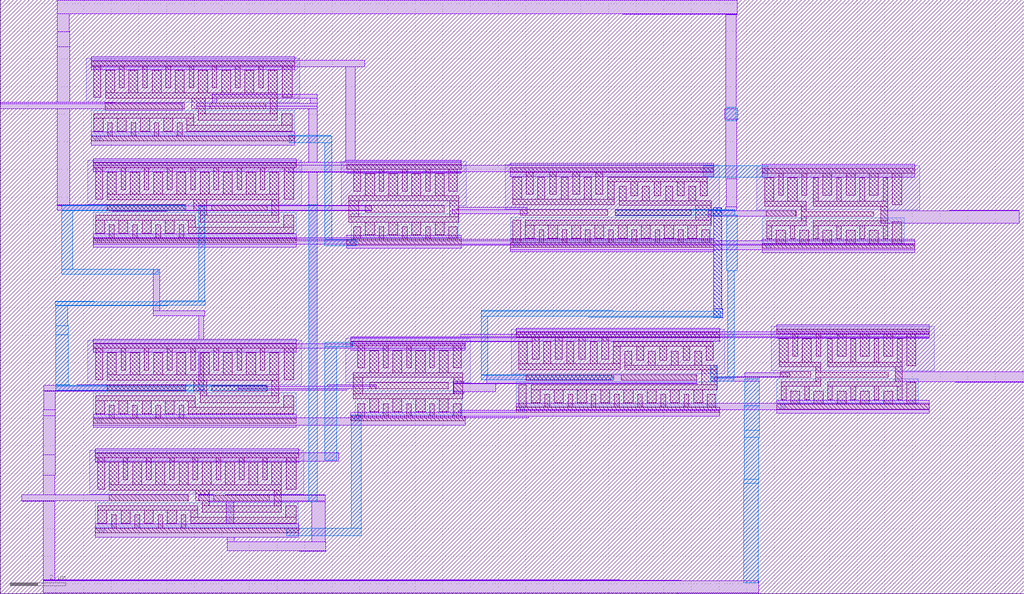
<source format=lef>
VERSION 5.7 ;
  NOWIREEXTENSIONATPIN ON ;
  DIVIDERCHAR "/" ;
  BUSBITCHARS "[]" ;
UNITS
  DATABASE MICRONS 200 ;
END UNITS

LAYER via2
  TYPE CUT ;
END via2

LAYER via
  TYPE CUT ;
END via

LAYER nwell
  TYPE MASTERSLICE ;
END nwell

LAYER via3
  TYPE CUT ;
END via3

LAYER pwell
  TYPE MASTERSLICE ;
END pwell

LAYER via4
  TYPE CUT ;
END via4

LAYER mcon
  TYPE CUT ;
END mcon

LAYER met6
  TYPE ROUTING ;
END met6

LAYER met1
  TYPE ROUTING ;
  WIDTH 0.140000 ;
  DIRECTION HORIZONTAL ;
END met1

LAYER met3
  TYPE ROUTING ;
  WIDTH 0.300000 ;
  DIRECTION HORIZONTAL ;
END met3

LAYER met2
  TYPE ROUTING ;
  WIDTH 0.140000 ;
  DIRECTION HORIZONTAL ;
END met2

LAYER met4
  TYPE ROUTING ;
  WIDTH 0.300000 ;
  DIRECTION HORIZONTAL ;
END met4

LAYER met5
  TYPE ROUTING ;
  WIDTH 1.600000 ;
  DIRECTION HORIZONTAL ;
END met5

LAYER li1
  TYPE ROUTING ;
  WIDTH 0.170000 ;
  DIRECTION HORIZONTAL ;
END li1

MACRO oscilador
  CLASS BLOCK ;
  FOREIGN oscilador ;
  ORIGIN 47.020 -2.650 ;
  SIZE 37.060 BY 21.500 ;
  OBS
      LAYER nwell ;
        RECT -43.910 20.425 -36.170 22.030 ;
      LAYER pwell ;
        RECT -43.715 19.225 -36.365 20.135 ;
        RECT -43.570 19.035 -43.400 19.225 ;
      LAYER nwell ;
        RECT -43.850 16.735 -36.110 18.340 ;
        RECT -34.670 16.685 -30.150 18.290 ;
        RECT -28.740 16.565 -21.000 18.170 ;
        RECT -19.630 16.535 -13.730 18.140 ;
      LAYER pwell ;
        RECT -43.655 15.535 -36.305 16.445 ;
        RECT -43.510 15.345 -43.340 15.535 ;
        RECT -34.310 15.485 -30.440 16.395 ;
        RECT -34.310 15.465 -34.165 15.485 ;
        RECT -34.335 15.295 -34.165 15.465 ;
        RECT -28.545 15.365 -21.295 16.275 ;
        RECT -28.405 15.175 -28.235 15.365 ;
        RECT -19.435 15.335 -14.305 16.245 ;
        RECT -19.290 15.145 -19.120 15.335 ;
      LAYER nwell ;
        RECT -43.850 10.205 -36.110 11.810 ;
        RECT -34.520 10.285 -30.000 11.890 ;
        RECT -28.530 10.605 -20.790 12.210 ;
        RECT -19.110 10.715 -13.210 12.320 ;
      LAYER pwell ;
        RECT -43.655 9.005 -36.305 9.915 ;
        RECT -34.160 9.085 -30.290 9.995 ;
        RECT -28.335 9.405 -21.085 10.315 ;
        RECT -18.915 9.515 -13.785 10.425 ;
        RECT -28.195 9.215 -28.025 9.405 ;
        RECT -18.770 9.325 -18.600 9.515 ;
        RECT -34.160 9.065 -34.015 9.085 ;
        RECT -43.510 8.815 -43.340 9.005 ;
        RECT -34.185 8.895 -34.015 9.065 ;
      LAYER nwell ;
        RECT -43.770 6.235 -36.030 7.840 ;
      LAYER pwell ;
        RECT -43.575 5.035 -36.225 5.945 ;
        RECT -43.430 4.845 -43.260 5.035 ;
      LAYER li1 ;
        RECT -43.720 21.755 -36.360 21.925 ;
        RECT -43.630 20.615 -43.375 21.755 ;
        RECT -43.205 20.785 -42.875 21.585 ;
        RECT -42.705 20.955 -42.535 21.755 ;
        RECT -42.365 20.785 -42.035 21.585 ;
        RECT -41.865 20.955 -41.695 21.755 ;
        RECT -41.525 20.785 -41.195 21.585 ;
        RECT -41.025 20.955 -40.855 21.755 ;
        RECT -40.685 20.785 -40.355 21.585 ;
        RECT -40.185 20.955 -40.015 21.755 ;
        RECT -39.845 20.785 -39.515 21.585 ;
        RECT -39.345 20.955 -39.175 21.755 ;
        RECT -39.005 20.785 -38.675 21.585 ;
        RECT -38.505 20.955 -38.335 21.755 ;
        RECT -38.165 20.785 -37.835 21.585 ;
        RECT -37.665 20.955 -37.495 21.755 ;
        RECT -37.325 20.785 -36.995 21.585 ;
        RECT -43.205 20.585 -36.995 20.785 ;
        RECT -36.805 20.615 -36.450 21.755 ;
        RECT -43.210 20.195 -40.355 20.415 ;
        RECT -40.080 20.195 -39.600 20.585 ;
        RECT -38.120 20.580 -37.840 20.585 ;
        RECT -39.430 20.195 -37.415 20.395 ;
        RECT -39.845 20.025 -39.600 20.195 ;
        RECT -37.245 20.025 -36.995 20.585 ;
        RECT -43.630 19.855 -40.015 20.025 ;
        RECT -43.630 19.375 -43.295 19.855 ;
        RECT -43.125 19.205 -42.955 19.685 ;
        RECT -42.785 19.375 -42.455 19.855 ;
        RECT -42.285 19.205 -42.115 19.685 ;
        RECT -41.945 19.375 -41.615 19.855 ;
        RECT -41.445 19.205 -41.275 19.685 ;
        RECT -41.105 19.375 -40.775 19.855 ;
        RECT -40.605 19.205 -40.435 19.685 ;
        RECT -40.265 19.605 -40.015 19.855 ;
        RECT -39.845 19.775 -36.995 20.025 ;
        RECT -36.825 19.605 -36.450 20.025 ;
        RECT -40.265 19.375 -36.450 19.605 ;
        RECT -43.720 19.035 -36.360 19.205 ;
        RECT -43.660 18.065 -36.300 18.235 ;
        RECT -43.570 16.925 -43.315 18.065 ;
        RECT -43.145 17.095 -42.815 17.895 ;
        RECT -42.645 17.265 -42.475 18.065 ;
        RECT -42.305 17.095 -41.975 17.895 ;
        RECT -41.805 17.265 -41.635 18.065 ;
        RECT -41.465 17.095 -41.135 17.895 ;
        RECT -40.965 17.265 -40.795 18.065 ;
        RECT -40.625 17.095 -40.295 17.895 ;
        RECT -40.125 17.265 -39.955 18.065 ;
        RECT -39.785 17.095 -39.455 17.895 ;
        RECT -39.285 17.265 -39.115 18.065 ;
        RECT -38.945 17.095 -38.615 17.895 ;
        RECT -38.445 17.265 -38.275 18.065 ;
        RECT -38.105 17.095 -37.775 17.895 ;
        RECT -37.605 17.265 -37.435 18.065 ;
        RECT -37.265 17.095 -36.935 17.895 ;
        RECT -43.145 16.895 -36.935 17.095 ;
        RECT -36.745 16.925 -36.390 18.065 ;
        RECT -34.480 18.015 -30.340 18.185 ;
        RECT -34.225 17.215 -33.970 18.015 ;
        RECT -33.800 17.045 -33.470 17.845 ;
        RECT -33.300 17.215 -33.130 18.015 ;
        RECT -32.960 17.045 -32.630 17.845 ;
        RECT -32.460 17.215 -32.290 18.015 ;
        RECT -32.120 17.045 -31.790 17.845 ;
        RECT -31.620 17.215 -31.450 18.015 ;
        RECT -31.280 17.045 -30.950 17.845 ;
        RECT -30.780 17.215 -30.480 18.015 ;
        RECT -28.550 17.895 -21.190 18.065 ;
        RECT -43.150 16.505 -40.295 16.725 ;
        RECT -40.020 16.505 -39.540 16.895 ;
        RECT -39.370 16.505 -37.355 16.705 ;
        RECT -39.785 16.335 -39.540 16.505 ;
        RECT -37.185 16.335 -36.935 16.895 ;
        RECT -34.395 16.875 -30.425 17.045 ;
        RECT -43.570 16.165 -39.955 16.335 ;
        RECT -43.570 15.685 -43.235 16.165 ;
        RECT -43.065 15.515 -42.895 15.995 ;
        RECT -42.725 15.685 -42.395 16.165 ;
        RECT -42.225 15.515 -42.055 15.995 ;
        RECT -41.885 15.685 -41.555 16.165 ;
        RECT -41.385 15.515 -41.215 15.995 ;
        RECT -41.045 15.685 -40.715 16.165 ;
        RECT -40.545 15.515 -40.375 15.995 ;
        RECT -40.205 15.915 -39.955 16.165 ;
        RECT -39.785 16.085 -36.935 16.335 ;
        RECT -36.765 15.915 -36.390 16.335 ;
        RECT -34.395 16.285 -34.050 16.875 ;
        RECT -33.800 16.455 -30.945 16.705 ;
        RECT -30.745 16.285 -30.425 16.875 ;
        RECT -28.460 16.925 -28.145 17.725 ;
        RECT -27.975 17.095 -27.725 17.895 ;
        RECT -27.555 16.925 -27.305 17.725 ;
        RECT -27.135 17.095 -26.885 17.895 ;
        RECT -26.715 16.925 -26.465 17.725 ;
        RECT -26.295 17.095 -26.045 17.895 ;
        RECT -25.875 16.925 -25.625 17.725 ;
        RECT -25.455 17.095 -25.205 17.895 ;
        RECT -19.440 17.865 -13.920 18.035 ;
        RECT -25.035 17.555 -21.425 17.725 ;
        RECT -25.035 16.925 -24.785 17.555 ;
        RECT -28.460 16.715 -24.785 16.925 ;
        RECT -24.615 16.875 -24.365 17.385 ;
        RECT -24.195 17.045 -23.945 17.555 ;
        RECT -23.775 16.875 -23.525 17.385 ;
        RECT -23.355 17.045 -23.105 17.555 ;
        RECT -22.935 16.875 -22.685 17.385 ;
        RECT -22.515 17.045 -22.265 17.555 ;
        RECT -22.095 16.875 -21.845 17.385 ;
        RECT -21.675 17.045 -21.425 17.555 ;
        RECT -24.615 16.705 -21.275 16.875 ;
        RECT -28.190 16.335 -25.020 16.535 ;
        RECT -24.750 16.335 -22.010 16.535 ;
        RECT -34.395 16.095 -30.425 16.285 ;
        RECT -21.840 16.165 -21.275 16.705 ;
        RECT -19.345 16.845 -19.015 17.695 ;
        RECT -18.845 17.065 -18.675 17.865 ;
        RECT -18.505 16.845 -18.175 17.695 ;
        RECT -18.005 17.065 -17.835 17.865 ;
        RECT -17.585 16.845 -17.415 17.695 ;
        RECT -17.245 17.065 -16.915 17.865 ;
        RECT -16.745 16.845 -16.575 17.695 ;
        RECT -16.405 17.065 -16.075 17.865 ;
        RECT -15.905 16.845 -15.735 17.695 ;
        RECT -15.565 17.065 -15.235 17.865 ;
        RECT -15.065 16.845 -14.895 17.695 ;
        RECT -19.345 16.675 -17.845 16.845 ;
        RECT -17.585 16.675 -14.895 16.845 ;
        RECT -14.725 16.715 -14.395 17.865 ;
        RECT -19.300 16.305 -18.200 16.505 ;
        RECT -18.020 16.475 -17.845 16.675 ;
        RECT -18.020 16.305 -15.395 16.475 ;
        RECT -40.205 15.685 -36.390 15.915 ;
        RECT -43.660 15.345 -36.300 15.515 ;
        RECT -34.225 15.465 -33.970 15.925 ;
        RECT -33.800 15.635 -33.470 16.095 ;
        RECT -33.300 15.465 -33.130 15.925 ;
        RECT -32.960 15.635 -32.630 16.095 ;
        RECT -32.460 15.465 -32.290 15.925 ;
        RECT -32.120 15.635 -31.790 16.095 ;
        RECT -31.620 15.465 -31.450 15.925 ;
        RECT -31.280 15.635 -30.950 16.095 ;
        RECT -30.780 15.465 -30.475 15.925 ;
        RECT -34.480 15.295 -30.340 15.465 ;
        RECT -28.460 15.345 -28.185 16.165 ;
        RECT -28.015 15.985 -21.275 16.165 ;
        RECT -18.020 16.135 -17.845 16.305 ;
        RECT -15.150 16.135 -14.895 16.675 ;
        RECT -28.015 15.515 -27.685 15.985 ;
        RECT -27.515 15.345 -27.345 15.815 ;
        RECT -27.175 15.515 -26.845 15.985 ;
        RECT -26.675 15.345 -26.505 15.815 ;
        RECT -26.335 15.515 -26.005 15.985 ;
        RECT -25.835 15.345 -25.665 15.815 ;
        RECT -25.495 15.515 -25.165 15.985 ;
        RECT -24.995 15.345 -24.825 15.815 ;
        RECT -24.655 15.515 -24.325 15.985 ;
        RECT -24.155 15.345 -23.985 15.815 ;
        RECT -23.815 15.515 -23.485 15.985 ;
        RECT -23.315 15.345 -23.145 15.815 ;
        RECT -22.975 15.515 -22.645 15.985 ;
        RECT -22.475 15.345 -22.305 15.815 ;
        RECT -22.135 15.515 -21.805 15.985 ;
        RECT -19.265 15.965 -17.845 16.135 ;
        RECT -17.585 15.965 -14.895 16.135 ;
        RECT -21.635 15.345 -21.345 15.815 ;
        RECT -19.265 15.485 -19.095 15.965 ;
        RECT -28.550 15.175 -21.190 15.345 ;
        RECT -18.925 15.315 -18.595 15.795 ;
        RECT -18.425 15.490 -18.255 15.965 ;
        RECT -18.085 15.315 -17.755 15.795 ;
        RECT -17.585 15.485 -17.415 15.965 ;
        RECT -17.245 15.315 -16.915 15.795 ;
        RECT -16.745 15.485 -16.575 15.965 ;
        RECT -16.405 15.315 -16.075 15.795 ;
        RECT -15.905 15.485 -15.735 15.965 ;
        RECT -15.565 15.315 -15.235 15.795 ;
        RECT -15.065 15.485 -14.895 15.965 ;
        RECT -14.725 15.315 -14.395 16.115 ;
        RECT -19.440 15.145 -13.920 15.315 ;
        RECT -28.340 11.935 -20.980 12.105 ;
        RECT -18.920 12.045 -13.400 12.215 ;
        RECT -43.660 11.535 -36.300 11.705 ;
        RECT -34.330 11.615 -30.190 11.785 ;
        RECT -43.570 10.395 -43.315 11.535 ;
        RECT -43.145 10.565 -42.815 11.365 ;
        RECT -42.645 10.735 -42.475 11.535 ;
        RECT -42.305 10.565 -41.975 11.365 ;
        RECT -41.805 10.735 -41.635 11.535 ;
        RECT -41.465 10.565 -41.135 11.365 ;
        RECT -40.965 10.735 -40.795 11.535 ;
        RECT -40.625 10.565 -40.295 11.365 ;
        RECT -40.125 10.735 -39.955 11.535 ;
        RECT -39.785 10.565 -39.455 11.365 ;
        RECT -39.285 10.735 -39.115 11.535 ;
        RECT -38.945 10.565 -38.615 11.365 ;
        RECT -38.445 10.735 -38.275 11.535 ;
        RECT -38.105 10.565 -37.775 11.365 ;
        RECT -37.605 10.735 -37.435 11.535 ;
        RECT -37.265 10.565 -36.935 11.365 ;
        RECT -43.145 10.365 -36.935 10.565 ;
        RECT -36.745 10.395 -36.390 11.535 ;
        RECT -34.075 10.815 -33.820 11.615 ;
        RECT -33.650 10.645 -33.320 11.445 ;
        RECT -33.150 10.815 -32.980 11.615 ;
        RECT -32.810 10.645 -32.480 11.445 ;
        RECT -32.310 10.815 -32.140 11.615 ;
        RECT -31.970 10.645 -31.640 11.445 ;
        RECT -31.470 10.815 -31.300 11.615 ;
        RECT -31.130 10.645 -30.800 11.445 ;
        RECT -30.630 10.815 -30.330 11.615 ;
        RECT -28.250 10.965 -27.935 11.765 ;
        RECT -27.765 11.135 -27.515 11.935 ;
        RECT -27.345 10.965 -27.095 11.765 ;
        RECT -26.925 11.135 -26.675 11.935 ;
        RECT -26.505 10.965 -26.255 11.765 ;
        RECT -26.085 11.135 -25.835 11.935 ;
        RECT -25.665 10.965 -25.415 11.765 ;
        RECT -25.245 11.135 -24.995 11.935 ;
        RECT -24.825 11.595 -21.215 11.765 ;
        RECT -24.825 10.965 -24.575 11.595 ;
        RECT -28.250 10.755 -24.575 10.965 ;
        RECT -24.405 10.915 -24.155 11.425 ;
        RECT -23.985 11.085 -23.735 11.595 ;
        RECT -23.565 10.915 -23.315 11.425 ;
        RECT -23.145 11.085 -22.895 11.595 ;
        RECT -22.725 10.915 -22.475 11.425 ;
        RECT -22.305 11.085 -22.055 11.595 ;
        RECT -21.885 10.915 -21.635 11.425 ;
        RECT -21.465 11.085 -21.215 11.595 ;
        RECT -18.825 11.025 -18.495 11.875 ;
        RECT -18.325 11.245 -18.155 12.045 ;
        RECT -17.985 11.025 -17.655 11.875 ;
        RECT -17.485 11.245 -17.315 12.045 ;
        RECT -17.065 11.025 -16.895 11.875 ;
        RECT -16.725 11.245 -16.395 12.045 ;
        RECT -16.225 11.025 -16.055 11.875 ;
        RECT -15.885 11.245 -15.555 12.045 ;
        RECT -15.385 11.025 -15.215 11.875 ;
        RECT -15.045 11.245 -14.715 12.045 ;
        RECT -14.545 11.025 -14.375 11.875 ;
        RECT -24.405 10.745 -21.065 10.915 ;
        RECT -18.825 10.855 -17.325 11.025 ;
        RECT -17.065 10.855 -14.375 11.025 ;
        RECT -14.205 10.895 -13.875 12.045 ;
        RECT -34.245 10.475 -30.275 10.645 ;
        RECT -43.150 9.975 -40.295 10.195 ;
        RECT -40.020 9.975 -39.540 10.365 ;
        RECT -39.370 9.975 -37.355 10.175 ;
        RECT -39.785 9.805 -39.540 9.975 ;
        RECT -37.185 9.805 -36.935 10.365 ;
        RECT -34.245 9.885 -33.900 10.475 ;
        RECT -33.650 10.055 -30.795 10.305 ;
        RECT -30.595 9.885 -30.275 10.475 ;
        RECT -27.980 10.375 -24.810 10.575 ;
        RECT -24.540 10.375 -21.800 10.575 ;
        RECT -21.630 10.205 -21.065 10.745 ;
        RECT -18.780 10.485 -17.680 10.685 ;
        RECT -17.500 10.655 -17.325 10.855 ;
        RECT -17.500 10.485 -14.875 10.655 ;
        RECT -17.500 10.315 -17.325 10.485 ;
        RECT -14.630 10.315 -14.375 10.855 ;
        RECT -43.570 9.635 -39.955 9.805 ;
        RECT -43.570 9.155 -43.235 9.635 ;
        RECT -43.065 8.985 -42.895 9.465 ;
        RECT -42.725 9.155 -42.395 9.635 ;
        RECT -42.225 8.985 -42.055 9.465 ;
        RECT -41.885 9.155 -41.555 9.635 ;
        RECT -41.385 8.985 -41.215 9.465 ;
        RECT -41.045 9.155 -40.715 9.635 ;
        RECT -40.545 8.985 -40.375 9.465 ;
        RECT -40.205 9.385 -39.955 9.635 ;
        RECT -39.785 9.555 -36.935 9.805 ;
        RECT -36.765 9.385 -36.390 9.805 ;
        RECT -34.245 9.695 -30.275 9.885 ;
        RECT -40.205 9.155 -36.390 9.385 ;
        RECT -34.075 9.065 -33.820 9.525 ;
        RECT -33.650 9.235 -33.320 9.695 ;
        RECT -33.150 9.065 -32.980 9.525 ;
        RECT -32.810 9.235 -32.480 9.695 ;
        RECT -32.310 9.065 -32.140 9.525 ;
        RECT -31.970 9.235 -31.640 9.695 ;
        RECT -31.470 9.065 -31.300 9.525 ;
        RECT -31.130 9.235 -30.800 9.695 ;
        RECT -30.630 9.065 -30.325 9.525 ;
        RECT -28.250 9.385 -27.975 10.205 ;
        RECT -27.805 10.025 -21.065 10.205 ;
        RECT -18.745 10.145 -17.325 10.315 ;
        RECT -17.065 10.145 -14.375 10.315 ;
        RECT -27.805 9.555 -27.475 10.025 ;
        RECT -27.305 9.385 -27.135 9.855 ;
        RECT -26.965 9.555 -26.635 10.025 ;
        RECT -26.465 9.385 -26.295 9.855 ;
        RECT -26.125 9.555 -25.795 10.025 ;
        RECT -25.625 9.385 -25.455 9.855 ;
        RECT -25.285 9.555 -24.955 10.025 ;
        RECT -24.785 9.385 -24.615 9.855 ;
        RECT -24.445 9.555 -24.115 10.025 ;
        RECT -23.945 9.385 -23.775 9.855 ;
        RECT -23.605 9.555 -23.275 10.025 ;
        RECT -23.105 9.385 -22.935 9.855 ;
        RECT -22.765 9.555 -22.435 10.025 ;
        RECT -22.265 9.385 -22.095 9.855 ;
        RECT -21.925 9.555 -21.595 10.025 ;
        RECT -21.425 9.385 -21.135 9.855 ;
        RECT -18.745 9.665 -18.575 10.145 ;
        RECT -18.405 9.495 -18.075 9.975 ;
        RECT -17.905 9.670 -17.735 10.145 ;
        RECT -17.565 9.495 -17.235 9.975 ;
        RECT -17.065 9.665 -16.895 10.145 ;
        RECT -16.725 9.495 -16.395 9.975 ;
        RECT -16.225 9.665 -16.055 10.145 ;
        RECT -15.885 9.495 -15.555 9.975 ;
        RECT -15.385 9.665 -15.215 10.145 ;
        RECT -15.045 9.495 -14.715 9.975 ;
        RECT -14.545 9.665 -14.375 10.145 ;
        RECT -14.205 9.495 -13.875 10.295 ;
        RECT -28.340 9.215 -20.980 9.385 ;
        RECT -18.920 9.325 -13.400 9.495 ;
        RECT -43.660 8.815 -36.300 8.985 ;
        RECT -34.330 8.895 -30.190 9.065 ;
        RECT -43.580 7.565 -36.220 7.735 ;
        RECT -43.490 6.425 -43.235 7.565 ;
        RECT -43.065 6.595 -42.735 7.395 ;
        RECT -42.565 6.765 -42.395 7.565 ;
        RECT -42.225 6.595 -41.895 7.395 ;
        RECT -41.725 6.765 -41.555 7.565 ;
        RECT -41.385 6.595 -41.055 7.395 ;
        RECT -40.885 6.765 -40.715 7.565 ;
        RECT -40.545 6.595 -40.215 7.395 ;
        RECT -40.045 6.765 -39.875 7.565 ;
        RECT -39.705 6.595 -39.375 7.395 ;
        RECT -39.205 6.765 -39.035 7.565 ;
        RECT -38.865 6.595 -38.535 7.395 ;
        RECT -38.365 6.765 -38.195 7.565 ;
        RECT -38.025 6.595 -37.695 7.395 ;
        RECT -37.525 6.765 -37.355 7.565 ;
        RECT -37.185 6.595 -36.855 7.395 ;
        RECT -43.065 6.395 -36.855 6.595 ;
        RECT -36.665 6.425 -36.310 7.565 ;
        RECT -43.070 6.005 -40.215 6.225 ;
        RECT -39.940 6.005 -39.460 6.395 ;
        RECT -39.290 6.005 -37.275 6.205 ;
        RECT -39.705 5.835 -39.460 6.005 ;
        RECT -37.105 5.835 -36.855 6.395 ;
        RECT -43.490 5.665 -39.875 5.835 ;
        RECT -43.490 5.185 -43.155 5.665 ;
        RECT -42.985 5.015 -42.815 5.495 ;
        RECT -42.645 5.185 -42.315 5.665 ;
        RECT -42.145 5.015 -41.975 5.495 ;
        RECT -41.805 5.185 -41.475 5.665 ;
        RECT -41.305 5.015 -41.135 5.495 ;
        RECT -40.965 5.185 -40.635 5.665 ;
        RECT -40.465 5.015 -40.295 5.495 ;
        RECT -40.125 5.415 -39.875 5.665 ;
        RECT -39.705 5.585 -36.855 5.835 ;
        RECT -36.685 5.415 -36.310 5.835 ;
        RECT -40.125 5.185 -36.310 5.415 ;
        RECT -43.580 4.845 -36.220 5.015 ;
      LAYER met1 ;
        RECT -44.960 24.140 -24.470 24.150 ;
        RECT -44.960 24.130 -20.670 24.140 ;
        RECT -44.960 23.630 -20.350 24.130 ;
        RECT -44.960 22.980 -44.520 23.630 ;
        RECT -24.480 23.620 -20.350 23.630 ;
        RECT -20.750 23.600 -20.350 23.620 ;
        RECT -44.960 22.450 -44.510 22.980 ;
        RECT -44.950 20.430 -44.510 22.450 ;
        RECT -43.720 21.950 -36.360 22.080 ;
        RECT -43.720 21.710 -33.820 21.950 ;
        RECT -43.720 21.600 -36.360 21.710 ;
        RECT -39.350 20.580 -35.550 20.720 ;
        RECT -47.020 20.380 -42.880 20.430 ;
        RECT -39.350 20.390 -39.180 20.580 ;
        RECT -35.800 20.390 -35.550 20.580 ;
        RECT -47.020 20.190 -40.430 20.380 ;
        RECT -39.900 20.290 -35.550 20.390 ;
        RECT -39.900 20.190 -35.540 20.290 ;
        RECT -44.950 16.720 -44.510 20.190 ;
        RECT -43.210 20.140 -40.430 20.190 ;
        RECT -43.720 18.880 -36.360 19.360 ;
        RECT -43.660 18.260 -36.300 18.390 ;
        RECT -35.860 18.260 -35.540 20.190 ;
        RECT -34.510 18.340 -34.160 21.710 ;
        RECT -20.750 20.205 -20.370 23.600 ;
        RECT -20.750 20.200 -20.365 20.205 ;
        RECT -20.800 19.820 -20.320 20.200 ;
        RECT -34.510 18.260 -30.340 18.340 ;
        RECT -43.660 18.150 -30.340 18.260 ;
        RECT -28.550 18.150 -21.190 18.220 ;
        RECT -43.660 17.920 -21.190 18.150 ;
        RECT -43.660 17.910 -30.340 17.920 ;
        RECT -36.620 17.890 -30.340 17.910 ;
        RECT -35.860 16.730 -35.540 17.890 ;
        RECT -34.480 17.860 -30.340 17.890 ;
        RECT -28.550 17.740 -21.190 17.920 ;
        RECT -20.750 17.670 -20.365 19.820 ;
        RECT -19.440 17.710 -13.920 18.190 ;
        RECT -44.950 16.700 -42.860 16.720 ;
        RECT -35.890 16.700 -35.510 16.730 ;
        RECT -44.950 16.680 -41.980 16.700 ;
        RECT -39.850 16.690 -33.570 16.700 ;
        RECT -41.730 16.680 -33.570 16.690 ;
        RECT -44.950 16.530 -33.570 16.680 ;
        RECT -20.745 16.650 -20.365 17.670 ;
        RECT -30.460 16.540 -27.940 16.630 ;
        RECT -44.950 16.520 -44.510 16.530 ;
        RECT -43.980 16.510 -33.570 16.530 ;
        RECT -42.980 16.500 -33.570 16.510 ;
        RECT -42.980 16.490 -40.980 16.500 ;
        RECT -43.660 15.530 -36.300 15.670 ;
        RECT -35.860 15.530 -35.540 16.500 ;
        RECT -30.650 16.400 -27.940 16.540 ;
        RECT -20.750 16.500 -20.360 16.650 ;
        RECT -12.670 16.510 -10.140 16.520 ;
        RECT -21.390 16.300 -18.230 16.500 ;
        RECT -15.140 16.060 -10.140 16.510 ;
        RECT -15.140 16.050 -12.610 16.060 ;
        RECT -34.480 15.530 -30.340 15.620 ;
        RECT -43.660 15.480 -30.340 15.530 ;
        RECT -28.550 15.480 -21.190 15.500 ;
        RECT -43.660 15.420 -21.190 15.480 ;
        RECT -19.440 15.420 -13.920 15.470 ;
        RECT -43.660 15.300 -13.920 15.420 ;
        RECT -43.660 15.190 -36.300 15.300 ;
        RECT -41.480 12.890 -41.250 14.390 ;
        RECT -41.480 12.710 -39.610 12.890 ;
        RECT -39.830 11.860 -39.650 12.710 ;
        RECT -43.660 11.700 -36.300 11.860 ;
        RECT -35.860 11.700 -35.540 15.300 ;
        RECT -34.480 15.260 -13.920 15.300 ;
        RECT -34.480 15.140 -30.340 15.260 ;
        RECT -28.550 15.100 -13.920 15.260 ;
        RECT -28.550 15.020 -21.190 15.100 ;
        RECT -19.440 14.990 -13.920 15.100 ;
        RECT -28.340 12.130 -20.980 12.260 ;
        RECT -18.920 12.130 -13.400 12.370 ;
        RECT -28.340 12.040 -13.400 12.130 ;
        RECT -30.350 11.940 -13.400 12.040 ;
        RECT -34.330 11.900 -13.400 11.940 ;
        RECT -34.330 11.780 -20.980 11.900 ;
        RECT -18.920 11.890 -13.400 11.900 ;
        RECT -34.330 11.770 -27.800 11.780 ;
        RECT -34.330 11.700 -30.190 11.770 ;
        RECT -43.660 11.520 -30.190 11.700 ;
        RECT -43.660 11.380 -36.300 11.520 ;
        RECT -44.240 10.190 -40.310 10.200 ;
        RECT -45.450 9.990 -40.310 10.190 ;
        RECT -39.830 10.020 -39.650 11.380 ;
        RECT -38.400 10.150 -37.960 10.160 ;
        RECT -35.860 10.150 -35.540 11.520 ;
        RECT -34.330 11.460 -30.190 11.520 ;
        RECT -14.630 10.670 -12.140 10.680 ;
        RECT -30.625 10.270 -30.245 10.330 ;
        RECT -29.410 10.270 -21.800 10.560 ;
        RECT -20.070 10.490 -18.450 10.640 ;
        RECT -21.170 10.480 -18.450 10.490 ;
        RECT -21.170 10.330 -19.550 10.480 ;
        RECT -14.630 10.310 -9.960 10.670 ;
        RECT -12.450 10.300 -9.960 10.310 ;
        RECT -30.625 10.240 -21.800 10.270 ;
        RECT -35.190 10.150 -33.410 10.210 ;
        RECT -38.400 10.060 -33.410 10.150 ;
        RECT -38.400 10.010 -34.490 10.060 ;
        RECT -38.000 10.000 -34.490 10.010 ;
        RECT -45.450 9.980 -42.600 9.990 ;
        RECT -45.450 9.310 -45.020 9.980 ;
        RECT -30.625 9.950 -29.090 10.240 ;
        RECT -30.625 9.890 -30.245 9.950 ;
        RECT -18.920 9.540 -13.400 9.650 ;
        RECT -45.460 9.080 -45.020 9.310 ;
        RECT -28.340 9.310 -13.400 9.540 ;
        RECT -28.340 9.290 -20.980 9.310 ;
        RECT -30.430 9.220 -20.980 9.290 ;
        RECT -45.460 7.680 -45.030 9.080 ;
        RECT -43.660 9.010 -36.300 9.140 ;
        RECT -34.330 9.060 -20.980 9.220 ;
        RECT -18.920 9.170 -13.400 9.310 ;
        RECT -34.330 9.020 -27.880 9.060 ;
        RECT -34.330 9.010 -30.190 9.020 ;
        RECT -43.660 8.740 -30.190 9.010 ;
        RECT -43.660 8.660 -36.300 8.740 ;
        RECT -45.470 6.930 -45.030 7.680 ;
        RECT -43.580 7.750 -36.220 7.890 ;
        RECT -43.580 7.430 -34.760 7.750 ;
        RECT -43.580 7.410 -36.220 7.430 ;
        RECT -45.470 6.230 -45.040 6.930 ;
        RECT -45.470 6.220 -40.210 6.230 ;
        RECT -46.240 6.010 -40.210 6.220 ;
        RECT -39.830 6.220 -39.470 6.240 ;
        RECT -39.830 6.210 -39.290 6.220 ;
        RECT -38.870 6.210 -35.250 6.230 ;
        RECT -46.240 5.990 -45.040 6.010 ;
        RECT -39.830 6.000 -35.250 6.210 ;
        RECT -45.470 3.140 -45.040 5.990 ;
        RECT -39.490 5.980 -35.250 6.000 ;
        RECT -39.130 5.970 -35.250 5.980 ;
        RECT -38.830 5.170 -38.560 5.970 ;
        RECT -43.580 4.690 -36.220 5.170 ;
        RECT -38.810 4.530 -38.540 4.690 ;
        RECT -38.810 4.520 -35.970 4.530 ;
        RECT -35.750 4.520 -35.250 5.970 ;
        RECT -38.810 4.190 -35.230 4.520 ;
        RECT -36.200 4.180 -35.230 4.190 ;
        RECT -45.470 3.130 -24.580 3.140 ;
        RECT -45.470 3.110 -22.380 3.130 ;
        RECT -45.470 2.680 -19.560 3.110 ;
        RECT -24.680 2.670 -19.560 2.680 ;
        RECT -22.490 2.650 -19.560 2.670 ;
      LAYER met2 ;
        RECT -20.750 19.770 -20.370 20.250 ;
        RECT -36.550 19.210 -35.060 19.230 ;
        RECT -36.550 18.970 -35.020 19.210 ;
        RECT -43.140 16.700 -40.350 16.730 ;
        RECT -44.770 16.690 -40.350 16.700 ;
        RECT -44.790 16.530 -40.350 16.690 ;
        RECT -44.790 16.500 -41.980 16.530 ;
        RECT -44.790 14.390 -44.400 16.500 ;
        RECT -44.790 14.210 -41.290 14.390 ;
        RECT -39.840 13.240 -39.620 16.670 ;
        RECT -45.020 13.220 -43.620 13.230 ;
        RECT -45.020 13.210 -42.260 13.220 ;
        RECT -41.220 13.210 -39.590 13.240 ;
        RECT -45.020 13.090 -39.590 13.210 ;
        RECT -45.010 13.070 -40.960 13.090 ;
        RECT -39.840 13.080 -39.620 13.090 ;
        RECT -45.010 12.340 -44.570 13.070 ;
        RECT -42.360 13.060 -40.960 13.070 ;
        RECT -45.010 12.020 -44.560 12.340 ;
        RECT -45.000 10.200 -44.560 12.020 ;
        RECT -45.000 10.180 -44.500 10.200 ;
        RECT -45.000 10.150 -42.580 10.180 ;
        RECT -40.400 10.160 -37.390 10.180 ;
        RECT -41.570 10.150 -37.390 10.160 ;
        RECT -45.000 10.010 -37.390 10.150 ;
        RECT -44.750 10.000 -37.390 10.010 ;
        RECT -43.190 9.980 -39.580 10.000 ;
        RECT -43.190 9.970 -41.200 9.980 ;
        RECT -35.860 5.980 -35.540 16.730 ;
        RECT -35.270 15.460 -35.020 18.970 ;
        RECT -21.580 17.710 -19.240 18.140 ;
        RECT -22.840 16.530 -20.440 16.540 ;
        RECT -24.760 16.350 -20.440 16.530 ;
        RECT -24.760 16.340 -20.350 16.350 ;
        RECT -24.760 16.330 -22.040 16.340 ;
        RECT -35.270 15.230 -34.140 15.460 ;
        RECT -20.720 14.340 -20.350 16.340 ;
        RECT -29.610 12.870 -24.830 12.900 ;
        RECT -29.610 12.680 -20.940 12.870 ;
        RECT -35.270 11.580 -34.250 11.740 ;
        RECT -35.270 7.480 -34.830 11.580 ;
        RECT -29.600 10.560 -29.370 12.680 ;
        RECT -25.720 12.650 -20.940 12.680 ;
        RECT -21.210 12.640 -20.970 12.650 ;
        RECT -29.600 10.550 -26.590 10.560 ;
        RECT -29.600 10.380 -24.860 10.550 ;
        RECT -27.850 10.370 -24.860 10.380 ;
        RECT -21.300 10.490 -21.110 10.910 ;
        RECT -20.680 10.490 -20.450 14.340 ;
        RECT -21.300 10.440 -20.450 10.490 ;
        RECT -21.300 10.330 -20.460 10.440 ;
        RECT -20.070 9.440 -19.550 10.420 ;
        RECT -34.320 5.020 -33.960 9.100 ;
        RECT -20.080 8.560 -19.550 9.440 ;
        RECT -20.090 8.310 -19.550 8.560 ;
        RECT -20.090 6.780 -19.560 8.310 ;
        RECT -36.640 4.750 -33.960 5.020 ;
        RECT -34.320 4.740 -33.960 4.750 ;
        RECT -20.110 6.650 -19.560 6.780 ;
        RECT -20.110 3.040 -19.580 6.650 ;
      LAYER met3 ;
        RECT -21.210 16.500 -20.910 16.610 ;
        RECT -21.210 16.300 -20.900 16.500 ;
        RECT -21.200 12.950 -20.900 16.300 ;
        RECT -21.200 12.640 -20.870 12.950 ;
  END
END oscilador
END LIBRARY


</source>
